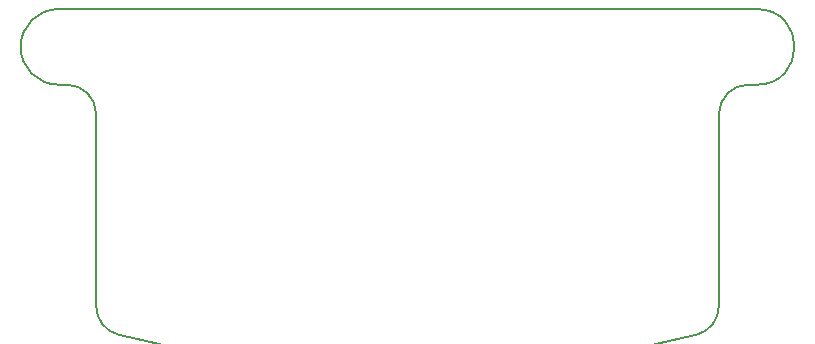
<source format=gbr>
%TF.GenerationSoftware,KiCad,Pcbnew,8.0.3*%
%TF.CreationDate,2024-11-12T18:15:59+09:00*%
%TF.ProjectId,UI-20240325,55492d32-3032-4343-9033-32352e6b6963,rev?*%
%TF.SameCoordinates,Original*%
%TF.FileFunction,Profile,NP*%
%FSLAX46Y46*%
G04 Gerber Fmt 4.6, Leading zero omitted, Abs format (unit mm)*
G04 Created by KiCad (PCBNEW 8.0.3) date 2024-11-12 18:15:59*
%MOMM*%
%LPD*%
G01*
G04 APERTURE LIST*
%TA.AperFunction,Profile*%
%ADD10C,0.200000*%
%TD*%
G04 APERTURE END LIST*
D10*
X26360007Y-25144400D02*
G75*
G02*
X24497974Y-27561593I-2499927J-20D01*
G01*
X26360007Y-25144400D02*
X26360007Y-8900000D01*
X-29560000Y-6400000D02*
X-28860000Y-6400000D01*
X29560000Y0D02*
G75*
G02*
X29560000Y-6400000I0J-3200000D01*
G01*
X-26360007Y-8905916D02*
X-26360007Y-25144300D01*
X-28860000Y-6400000D02*
G75*
G02*
X-26360007Y-8905916I-2J-2500002D01*
G01*
X-26360007Y0D02*
X-29560000Y0D01*
X-24497975Y-27561596D02*
G75*
G02*
X-26359991Y-25144300I638002J2417239D01*
G01*
X28860007Y-6400000D02*
X29560000Y-6400000D01*
X24497975Y-27561596D02*
G75*
G02*
X-24497975Y-27561596I-24497975J92821602D01*
G01*
X26360007Y-8900000D02*
G75*
G02*
X28860007Y-6400007I2499993J0D01*
G01*
X-29560000Y-6400000D02*
G75*
G02*
X-29560000Y0I-3J3200000D01*
G01*
X29560000Y0D02*
X-26360007Y0D01*
M02*

</source>
